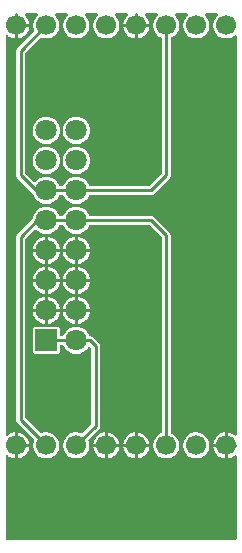
<source format=gtl>
G04 Layer: TopLayer*
G04 EasyEDA v6.5.22, 2023-04-16 14:26:35*
G04 bb8b18280e224fb8820cbfc46fcd3399,5a6b42c53f6a479593ecc07194224c93,10*
G04 Gerber Generator version 0.2*
G04 Scale: 100 percent, Rotated: No, Reflected: No *
G04 Dimensions in millimeters *
G04 leading zeros omitted , absolute positions ,4 integer and 5 decimal *
%FSLAX45Y45*%
%MOMM*%

%AMMACRO1*21,1,$1,$2,0,0,$3*%
%ADD10C,0.2540*%
%ADD11MACRO1,1.8X1.8X90.0000*%
%ADD12C,1.8000*%
%ADD13C,1.7000*%

%LPD*%
G36*
X484327Y10452608D02*
G01*
X480364Y10453420D01*
X477062Y10455656D01*
X474878Y10459008D01*
X473151Y10463326D01*
X466140Y10476077D01*
X457606Y10487863D01*
X447649Y10498480D01*
X436422Y10507776D01*
X424129Y10515549D01*
X410972Y10521746D01*
X397103Y10526268D01*
X382828Y10528960D01*
X368300Y10529874D01*
X353771Y10528960D01*
X339496Y10526268D01*
X325628Y10521746D01*
X312470Y10515549D01*
X300177Y10507776D01*
X288950Y10498480D01*
X278993Y10487863D01*
X278079Y10486542D01*
X274777Y10483646D01*
X270611Y10482427D01*
X266344Y10482986D01*
X262636Y10485323D01*
X194005Y10554004D01*
X191770Y10557306D01*
X191008Y10561218D01*
X191008Y11574881D01*
X191770Y11578793D01*
X194005Y11582095D01*
X317398Y11705539D01*
X320598Y11707672D01*
X324358Y11708485D01*
X328117Y11707876D01*
X336753Y11704675D01*
X350621Y11701526D01*
X364744Y11700154D01*
X378968Y11700611D01*
X392988Y11702897D01*
X406603Y11706910D01*
X419608Y11712702D01*
X431749Y11720068D01*
X442874Y11728907D01*
X452729Y11739118D01*
X461213Y11750497D01*
X468223Y11762892D01*
X473557Y11776049D01*
X477164Y11789816D01*
X478942Y11803888D01*
X478942Y11818112D01*
X477164Y11832183D01*
X473557Y11845950D01*
X468223Y11859107D01*
X461213Y11871502D01*
X452729Y11882882D01*
X439064Y11897207D01*
X437946Y11901170D01*
X438454Y11905284D01*
X440588Y11908840D01*
X443992Y11911228D01*
X448056Y11912092D01*
X542696Y11912092D01*
X546658Y11911279D01*
X550011Y11908993D01*
X552196Y11905589D01*
X552856Y11901627D01*
X551942Y11897664D01*
X549554Y11894413D01*
X542645Y11888165D01*
X533450Y11877344D01*
X525678Y11865406D01*
X519531Y11852605D01*
X515061Y11839143D01*
X512318Y11825173D01*
X511403Y11811000D01*
X512318Y11796826D01*
X515061Y11782856D01*
X519531Y11769394D01*
X525678Y11756593D01*
X533450Y11744655D01*
X542645Y11733834D01*
X553161Y11724284D01*
X564794Y11716156D01*
X577392Y11709603D01*
X590753Y11704675D01*
X604621Y11701526D01*
X618744Y11700154D01*
X632968Y11700611D01*
X646988Y11702897D01*
X660603Y11706910D01*
X673608Y11712702D01*
X685749Y11720068D01*
X696874Y11728907D01*
X706729Y11739118D01*
X715213Y11750497D01*
X722223Y11762892D01*
X727557Y11776049D01*
X731164Y11789816D01*
X732942Y11803888D01*
X732942Y11818112D01*
X731164Y11832183D01*
X727557Y11845950D01*
X722223Y11859107D01*
X715213Y11871502D01*
X706729Y11882882D01*
X693064Y11897207D01*
X691946Y11901170D01*
X692454Y11905284D01*
X694588Y11908840D01*
X697992Y11911228D01*
X702056Y11912092D01*
X796696Y11912092D01*
X800658Y11911279D01*
X804011Y11908993D01*
X806196Y11905589D01*
X806856Y11901627D01*
X805942Y11897664D01*
X803554Y11894413D01*
X796645Y11888165D01*
X787450Y11877344D01*
X779678Y11865406D01*
X773531Y11852605D01*
X769061Y11839143D01*
X766318Y11825173D01*
X765403Y11811000D01*
X766318Y11796826D01*
X769061Y11782856D01*
X773531Y11769394D01*
X779678Y11756593D01*
X787450Y11744655D01*
X796645Y11733834D01*
X807161Y11724284D01*
X818794Y11716156D01*
X831392Y11709603D01*
X844753Y11704675D01*
X858621Y11701526D01*
X872744Y11700154D01*
X886968Y11700611D01*
X900988Y11702897D01*
X914603Y11706910D01*
X927608Y11712702D01*
X939749Y11720068D01*
X950874Y11728907D01*
X960729Y11739118D01*
X969213Y11750497D01*
X976223Y11762892D01*
X981557Y11776049D01*
X985164Y11789816D01*
X986942Y11803888D01*
X986942Y11818112D01*
X985164Y11832183D01*
X981557Y11845950D01*
X976223Y11859107D01*
X969213Y11871502D01*
X960729Y11882882D01*
X947064Y11897207D01*
X945946Y11901170D01*
X946454Y11905284D01*
X948588Y11908840D01*
X951992Y11911228D01*
X956056Y11912092D01*
X1050696Y11912092D01*
X1054658Y11911279D01*
X1058011Y11908993D01*
X1060196Y11905589D01*
X1060856Y11901627D01*
X1059942Y11897664D01*
X1057554Y11894413D01*
X1050645Y11888165D01*
X1041450Y11877344D01*
X1033678Y11865406D01*
X1027531Y11852605D01*
X1023061Y11839143D01*
X1020318Y11825173D01*
X1020216Y11823700D01*
X1117600Y11823700D01*
X1117600Y11901932D01*
X1118362Y11905843D01*
X1120597Y11909094D01*
X1123848Y11911330D01*
X1127760Y11912092D01*
X1132840Y11912092D01*
X1136751Y11911330D01*
X1140002Y11909094D01*
X1142238Y11905843D01*
X1143000Y11901932D01*
X1143000Y11823700D01*
X1240231Y11823700D01*
X1239164Y11832183D01*
X1235557Y11845950D01*
X1230223Y11859107D01*
X1223213Y11871502D01*
X1214729Y11882882D01*
X1201064Y11897207D01*
X1199946Y11901170D01*
X1200454Y11905284D01*
X1202588Y11908840D01*
X1205992Y11911228D01*
X1210056Y11912092D01*
X1304696Y11912092D01*
X1308658Y11911279D01*
X1312011Y11908993D01*
X1314196Y11905589D01*
X1314856Y11901627D01*
X1313942Y11897664D01*
X1311554Y11894413D01*
X1304645Y11888165D01*
X1295450Y11877344D01*
X1287678Y11865406D01*
X1281531Y11852605D01*
X1277061Y11839143D01*
X1274318Y11825173D01*
X1273403Y11811000D01*
X1274318Y11796826D01*
X1277061Y11782856D01*
X1281531Y11769394D01*
X1287678Y11756593D01*
X1295450Y11744655D01*
X1304645Y11733834D01*
X1315161Y11724284D01*
X1326794Y11716156D01*
X1340205Y11709247D01*
X1343101Y11706961D01*
X1345031Y11703812D01*
X1345692Y11700205D01*
X1345692Y10561218D01*
X1344930Y10557306D01*
X1342694Y10554004D01*
X1244295Y10455605D01*
X1240993Y10453370D01*
X1237081Y10452608D01*
X738327Y10452608D01*
X734364Y10453420D01*
X731062Y10455656D01*
X728878Y10459008D01*
X727151Y10463326D01*
X720140Y10476077D01*
X711606Y10487863D01*
X701649Y10498480D01*
X690422Y10507776D01*
X678129Y10515549D01*
X664972Y10521746D01*
X651103Y10526268D01*
X636828Y10528960D01*
X622300Y10529874D01*
X607771Y10528960D01*
X593496Y10526268D01*
X579628Y10521746D01*
X566470Y10515549D01*
X554177Y10507776D01*
X542950Y10498480D01*
X532993Y10487863D01*
X524459Y10476077D01*
X517448Y10463326D01*
X515721Y10459008D01*
X513537Y10455656D01*
X510235Y10453420D01*
X506272Y10452608D01*
G37*

%LPC*%
G36*
X368300Y10552125D02*
G01*
X382828Y10553039D01*
X397103Y10555732D01*
X410972Y10560253D01*
X424129Y10566450D01*
X436422Y10574223D01*
X447649Y10583519D01*
X457606Y10594136D01*
X466140Y10605922D01*
X473151Y10618673D01*
X478535Y10632186D01*
X482142Y10646308D01*
X483971Y10660735D01*
X483971Y10675264D01*
X482142Y10689691D01*
X478535Y10703814D01*
X473151Y10717326D01*
X466140Y10730077D01*
X457606Y10741863D01*
X447649Y10752480D01*
X436422Y10761776D01*
X424129Y10769549D01*
X410972Y10775746D01*
X397103Y10780268D01*
X382828Y10782960D01*
X368300Y10783874D01*
X353771Y10782960D01*
X339496Y10780268D01*
X325628Y10775746D01*
X312470Y10769549D01*
X300177Y10761776D01*
X288950Y10752480D01*
X278993Y10741863D01*
X270459Y10730077D01*
X263448Y10717326D01*
X258064Y10703814D01*
X254457Y10689691D01*
X252628Y10675264D01*
X252628Y10660735D01*
X254457Y10646308D01*
X258064Y10632186D01*
X263448Y10618673D01*
X270459Y10605922D01*
X278993Y10594136D01*
X288950Y10583519D01*
X300177Y10574223D01*
X312470Y10566450D01*
X325628Y10560253D01*
X339496Y10555732D01*
X353771Y10553039D01*
G37*
G36*
X622300Y10552125D02*
G01*
X636828Y10553039D01*
X651103Y10555732D01*
X664972Y10560253D01*
X678129Y10566450D01*
X690422Y10574223D01*
X701649Y10583519D01*
X711606Y10594136D01*
X720140Y10605922D01*
X727151Y10618673D01*
X732536Y10632186D01*
X736142Y10646308D01*
X737971Y10660735D01*
X737971Y10675264D01*
X736142Y10689691D01*
X732536Y10703814D01*
X727151Y10717326D01*
X720140Y10730077D01*
X711606Y10741863D01*
X701649Y10752480D01*
X690422Y10761776D01*
X678129Y10769549D01*
X664972Y10775746D01*
X651103Y10780268D01*
X636828Y10782960D01*
X622300Y10783874D01*
X607771Y10782960D01*
X593496Y10780268D01*
X579628Y10775746D01*
X566470Y10769549D01*
X554177Y10761776D01*
X542950Y10752480D01*
X532993Y10741863D01*
X524459Y10730077D01*
X517448Y10717326D01*
X512064Y10703814D01*
X508457Y10689691D01*
X506628Y10675264D01*
X506628Y10660735D01*
X508457Y10646308D01*
X512064Y10632186D01*
X517448Y10618673D01*
X524459Y10605922D01*
X532993Y10594136D01*
X542950Y10583519D01*
X554177Y10574223D01*
X566470Y10566450D01*
X579628Y10560253D01*
X593496Y10555732D01*
X607771Y10553039D01*
G37*
G36*
X368300Y10806125D02*
G01*
X382828Y10807039D01*
X397103Y10809732D01*
X410972Y10814253D01*
X424129Y10820450D01*
X436422Y10828223D01*
X447649Y10837519D01*
X457606Y10848136D01*
X466140Y10859922D01*
X473151Y10872673D01*
X478535Y10886186D01*
X482142Y10900308D01*
X483971Y10914735D01*
X483971Y10929264D01*
X482142Y10943691D01*
X478535Y10957814D01*
X473151Y10971326D01*
X466140Y10984077D01*
X457606Y10995863D01*
X447649Y11006480D01*
X436422Y11015776D01*
X424129Y11023549D01*
X410972Y11029746D01*
X397103Y11034268D01*
X382828Y11036960D01*
X368300Y11037874D01*
X353771Y11036960D01*
X339496Y11034268D01*
X325628Y11029746D01*
X312470Y11023549D01*
X300177Y11015776D01*
X288950Y11006480D01*
X278993Y10995863D01*
X270459Y10984077D01*
X263448Y10971326D01*
X258064Y10957814D01*
X254457Y10943691D01*
X252628Y10929264D01*
X252628Y10914735D01*
X254457Y10900308D01*
X258064Y10886186D01*
X263448Y10872673D01*
X270459Y10859922D01*
X278993Y10848136D01*
X288950Y10837519D01*
X300177Y10828223D01*
X312470Y10820450D01*
X325628Y10814253D01*
X339496Y10809732D01*
X353771Y10807039D01*
G37*
G36*
X622300Y10806125D02*
G01*
X636828Y10807039D01*
X651103Y10809732D01*
X664972Y10814253D01*
X678129Y10820450D01*
X690422Y10828223D01*
X701649Y10837519D01*
X711606Y10848136D01*
X720140Y10859922D01*
X727151Y10872673D01*
X732536Y10886186D01*
X736142Y10900308D01*
X737971Y10914735D01*
X737971Y10929264D01*
X736142Y10943691D01*
X732536Y10957814D01*
X727151Y10971326D01*
X720140Y10984077D01*
X711606Y10995863D01*
X701649Y11006480D01*
X690422Y11015776D01*
X678129Y11023549D01*
X664972Y11029746D01*
X651103Y11034268D01*
X636828Y11036960D01*
X622300Y11037874D01*
X607771Y11036960D01*
X593496Y11034268D01*
X579628Y11029746D01*
X566470Y11023549D01*
X554177Y11015776D01*
X542950Y11006480D01*
X532993Y10995863D01*
X524459Y10984077D01*
X517448Y10971326D01*
X512064Y10957814D01*
X508457Y10943691D01*
X506628Y10929264D01*
X506628Y10914735D01*
X508457Y10900308D01*
X512064Y10886186D01*
X517448Y10872673D01*
X524459Y10859922D01*
X532993Y10848136D01*
X542950Y10837519D01*
X554177Y10828223D01*
X566470Y10820450D01*
X579628Y10814253D01*
X593496Y10809732D01*
X607771Y10807039D01*
G37*
G36*
X1143000Y11700967D02*
G01*
X1154988Y11702897D01*
X1168603Y11706910D01*
X1181608Y11712702D01*
X1193749Y11720068D01*
X1204874Y11728907D01*
X1214729Y11739118D01*
X1223213Y11750497D01*
X1230223Y11762892D01*
X1235557Y11776049D01*
X1239164Y11789816D01*
X1240231Y11798300D01*
X1143000Y11798300D01*
G37*
G36*
X1117600Y11701068D02*
G01*
X1117600Y11798300D01*
X1020216Y11798300D01*
X1020318Y11796826D01*
X1023061Y11782856D01*
X1027531Y11769394D01*
X1033678Y11756593D01*
X1041450Y11744655D01*
X1050645Y11733834D01*
X1061161Y11724284D01*
X1072794Y11716156D01*
X1085392Y11709603D01*
X1098753Y11704675D01*
X1112621Y11701526D01*
G37*

%LPD*%
G36*
X36068Y7455408D02*
G01*
X32156Y7456170D01*
X28905Y7458405D01*
X26670Y7461656D01*
X25908Y7465568D01*
X25908Y8162848D01*
X26670Y8166658D01*
X28752Y8169909D01*
X31953Y8172145D01*
X35763Y8173008D01*
X39573Y8172399D01*
X42875Y8170367D01*
X45161Y8168284D01*
X56794Y8160156D01*
X69392Y8153603D01*
X82753Y8148675D01*
X96621Y8145525D01*
X101600Y8145068D01*
X101600Y8242300D01*
X36068Y8242300D01*
X32156Y8243062D01*
X28905Y8245297D01*
X26670Y8248548D01*
X25908Y8252459D01*
X25908Y8257540D01*
X26670Y8261451D01*
X28905Y8264702D01*
X32156Y8266938D01*
X36068Y8267700D01*
X101600Y8267700D01*
X101600Y8364931D01*
X96621Y8364474D01*
X82753Y8361324D01*
X69392Y8356396D01*
X56794Y8349843D01*
X45161Y8341715D01*
X42875Y8339632D01*
X39573Y8337600D01*
X35763Y8336991D01*
X31953Y8337854D01*
X28752Y8340090D01*
X26670Y8343341D01*
X25908Y8347151D01*
X25908Y11718848D01*
X26670Y11722658D01*
X28752Y11725910D01*
X31953Y11728145D01*
X35763Y11729008D01*
X39573Y11728399D01*
X42875Y11726367D01*
X45161Y11724284D01*
X56794Y11716156D01*
X69392Y11709603D01*
X82753Y11704675D01*
X96621Y11701526D01*
X101600Y11701068D01*
X101600Y11798300D01*
X36068Y11798300D01*
X32156Y11799062D01*
X28905Y11801297D01*
X26670Y11804548D01*
X25908Y11808460D01*
X25908Y11813540D01*
X26670Y11817451D01*
X28905Y11820702D01*
X32156Y11822938D01*
X36068Y11823700D01*
X101600Y11823700D01*
X101600Y11901932D01*
X102362Y11905843D01*
X104597Y11909094D01*
X107848Y11911330D01*
X111760Y11912092D01*
X116839Y11912092D01*
X120751Y11911330D01*
X124002Y11909094D01*
X126237Y11905843D01*
X127000Y11901932D01*
X127000Y11823700D01*
X224231Y11823700D01*
X223164Y11832183D01*
X219557Y11845950D01*
X214223Y11859107D01*
X207213Y11871502D01*
X198729Y11882882D01*
X185064Y11897207D01*
X183946Y11901170D01*
X184454Y11905284D01*
X186588Y11908840D01*
X189992Y11911228D01*
X194056Y11912092D01*
X288696Y11912092D01*
X292658Y11911279D01*
X296011Y11908993D01*
X298196Y11905589D01*
X298856Y11901627D01*
X297942Y11897664D01*
X295554Y11894413D01*
X288645Y11888165D01*
X279450Y11877344D01*
X271678Y11865406D01*
X265531Y11852605D01*
X261061Y11839143D01*
X258317Y11825173D01*
X257403Y11811000D01*
X258317Y11796826D01*
X261061Y11782856D01*
X265176Y11770410D01*
X265684Y11766702D01*
X264820Y11763095D01*
X262737Y11759996D01*
X125476Y11622735D01*
X120345Y11616537D01*
X116789Y11609832D01*
X114604Y11602618D01*
X113792Y11594592D01*
X113792Y10541508D01*
X114604Y10533481D01*
X116789Y10526268D01*
X120345Y10519562D01*
X125476Y10513364D01*
X251764Y10387076D01*
X254304Y10384942D01*
X256438Y10382554D01*
X263448Y10364673D01*
X270459Y10351922D01*
X278993Y10340136D01*
X288950Y10329519D01*
X300177Y10320223D01*
X312470Y10312450D01*
X325628Y10306253D01*
X339496Y10301732D01*
X353771Y10299039D01*
X368300Y10298125D01*
X382828Y10299039D01*
X397103Y10301732D01*
X410972Y10306253D01*
X424129Y10312450D01*
X436422Y10320223D01*
X447649Y10329519D01*
X457606Y10340136D01*
X466140Y10351922D01*
X473151Y10364673D01*
X474878Y10368991D01*
X477062Y10372344D01*
X480364Y10374579D01*
X484327Y10375392D01*
X506272Y10375392D01*
X510235Y10374579D01*
X513537Y10372344D01*
X515721Y10368991D01*
X517448Y10364673D01*
X524459Y10351922D01*
X532993Y10340136D01*
X542950Y10329519D01*
X554177Y10320223D01*
X566470Y10312450D01*
X579628Y10306253D01*
X593496Y10301732D01*
X607771Y10299039D01*
X622300Y10298125D01*
X636828Y10299039D01*
X651103Y10301732D01*
X664972Y10306253D01*
X678129Y10312450D01*
X690422Y10320223D01*
X701649Y10329519D01*
X711606Y10340136D01*
X720140Y10351922D01*
X727151Y10364673D01*
X728878Y10368991D01*
X731062Y10372344D01*
X734364Y10374579D01*
X738327Y10375392D01*
X1256792Y10375392D01*
X1264818Y10376204D01*
X1272032Y10378389D01*
X1278737Y10381945D01*
X1284935Y10387076D01*
X1411224Y10513364D01*
X1416354Y10519562D01*
X1419910Y10526268D01*
X1422095Y10533481D01*
X1422908Y10541508D01*
X1422908Y11700459D01*
X1423670Y11704269D01*
X1425752Y11707520D01*
X1428953Y11709755D01*
X1435608Y11712702D01*
X1447749Y11720068D01*
X1458874Y11728907D01*
X1468729Y11739118D01*
X1477213Y11750497D01*
X1484223Y11762892D01*
X1489557Y11776049D01*
X1493164Y11789816D01*
X1494942Y11803888D01*
X1494942Y11818112D01*
X1493164Y11832183D01*
X1489557Y11845950D01*
X1484223Y11859107D01*
X1477213Y11871502D01*
X1468729Y11882882D01*
X1455064Y11897207D01*
X1453946Y11901170D01*
X1454454Y11905284D01*
X1456588Y11908840D01*
X1459992Y11911228D01*
X1464056Y11912092D01*
X1558696Y11912092D01*
X1562658Y11911279D01*
X1566011Y11908993D01*
X1568196Y11905589D01*
X1568856Y11901627D01*
X1567942Y11897664D01*
X1565554Y11894413D01*
X1558645Y11888165D01*
X1549450Y11877344D01*
X1541678Y11865406D01*
X1535531Y11852605D01*
X1531061Y11839143D01*
X1528318Y11825173D01*
X1527403Y11811000D01*
X1528318Y11796826D01*
X1531061Y11782856D01*
X1535531Y11769394D01*
X1541678Y11756593D01*
X1549450Y11744655D01*
X1558645Y11733834D01*
X1569161Y11724284D01*
X1580794Y11716156D01*
X1593392Y11709603D01*
X1606753Y11704675D01*
X1620621Y11701526D01*
X1634744Y11700154D01*
X1648968Y11700611D01*
X1662988Y11702897D01*
X1676603Y11706910D01*
X1689607Y11712702D01*
X1701749Y11720068D01*
X1712874Y11728907D01*
X1722729Y11739118D01*
X1731213Y11750497D01*
X1738223Y11762892D01*
X1743557Y11776049D01*
X1747164Y11789816D01*
X1748942Y11803888D01*
X1748942Y11818112D01*
X1747164Y11832183D01*
X1743557Y11845950D01*
X1738223Y11859107D01*
X1731213Y11871502D01*
X1722729Y11882882D01*
X1709064Y11897207D01*
X1707946Y11901170D01*
X1708454Y11905284D01*
X1710588Y11908840D01*
X1713992Y11911228D01*
X1718056Y11912092D01*
X1812696Y11912092D01*
X1816658Y11911279D01*
X1820011Y11908993D01*
X1822196Y11905589D01*
X1822856Y11901627D01*
X1821942Y11897664D01*
X1819554Y11894413D01*
X1812645Y11888165D01*
X1803450Y11877344D01*
X1795678Y11865406D01*
X1789531Y11852605D01*
X1785061Y11839143D01*
X1782318Y11825173D01*
X1781403Y11811000D01*
X1782318Y11796826D01*
X1785061Y11782856D01*
X1789531Y11769394D01*
X1795678Y11756593D01*
X1803450Y11744655D01*
X1812645Y11733834D01*
X1823161Y11724284D01*
X1834794Y11716156D01*
X1847392Y11709603D01*
X1860753Y11704675D01*
X1874621Y11701526D01*
X1888743Y11700154D01*
X1902968Y11700611D01*
X1916988Y11702897D01*
X1930603Y11706910D01*
X1943607Y11712702D01*
X1955749Y11720068D01*
X1964182Y11726773D01*
X1967534Y11728551D01*
X1971293Y11729008D01*
X1974951Y11727992D01*
X1977999Y11725757D01*
X1979980Y11722557D01*
X1980692Y11718848D01*
X1980692Y8347151D01*
X1979980Y8343442D01*
X1977999Y8340242D01*
X1974951Y8338007D01*
X1971293Y8336991D01*
X1967534Y8337448D01*
X1964182Y8339226D01*
X1955749Y8345931D01*
X1943607Y8353298D01*
X1930603Y8359038D01*
X1916988Y8363102D01*
X1905000Y8365032D01*
X1905000Y8267700D01*
X1970532Y8267700D01*
X1974443Y8266938D01*
X1977694Y8264702D01*
X1979930Y8261451D01*
X1980692Y8257540D01*
X1980692Y8252459D01*
X1979930Y8248548D01*
X1977694Y8245297D01*
X1974443Y8243062D01*
X1970532Y8242300D01*
X1905000Y8242300D01*
X1905000Y8144967D01*
X1916988Y8146897D01*
X1930603Y8150910D01*
X1943607Y8156702D01*
X1955749Y8164068D01*
X1964182Y8170773D01*
X1967534Y8172551D01*
X1971293Y8173008D01*
X1974951Y8171992D01*
X1977999Y8169757D01*
X1979980Y8166557D01*
X1980692Y8162848D01*
X1980692Y7465568D01*
X1979930Y7461656D01*
X1977694Y7458405D01*
X1974443Y7456170D01*
X1970532Y7455408D01*
G37*

%LPC*%
G36*
X635000Y9536887D02*
G01*
X636828Y9537039D01*
X651103Y9539732D01*
X664972Y9544253D01*
X678129Y9550450D01*
X690422Y9558223D01*
X701649Y9567519D01*
X711606Y9578136D01*
X720140Y9589922D01*
X727151Y9602673D01*
X732536Y9616186D01*
X736142Y9630308D01*
X737260Y9639300D01*
X635000Y9639300D01*
G37*
G36*
X618744Y8144154D02*
G01*
X632968Y8144611D01*
X646988Y8146897D01*
X660603Y8150910D01*
X673608Y8156702D01*
X685749Y8164068D01*
X696874Y8172907D01*
X706729Y8183118D01*
X715213Y8194497D01*
X722223Y8206892D01*
X727557Y8220049D01*
X731164Y8233816D01*
X732942Y8247888D01*
X732942Y8262112D01*
X731164Y8276183D01*
X727557Y8289950D01*
X725525Y8294878D01*
X724814Y8298738D01*
X725576Y8302599D01*
X727760Y8305850D01*
X814324Y8392464D01*
X819454Y8398662D01*
X823010Y8405368D01*
X825195Y8412581D01*
X826008Y8420608D01*
X826008Y9092692D01*
X825195Y9100718D01*
X823010Y9107932D01*
X819454Y9114637D01*
X814324Y9120835D01*
X764235Y9170924D01*
X758037Y9176054D01*
X751332Y9179610D01*
X744118Y9181795D01*
X737362Y9182506D01*
X733856Y9183522D01*
X730910Y9185706D01*
X728929Y9188856D01*
X727151Y9193326D01*
X720140Y9206077D01*
X711606Y9217863D01*
X701649Y9228480D01*
X690422Y9237776D01*
X678129Y9245549D01*
X664972Y9251746D01*
X651103Y9256268D01*
X636828Y9258960D01*
X622300Y9259874D01*
X607771Y9258960D01*
X593496Y9256268D01*
X579628Y9251746D01*
X566470Y9245549D01*
X554177Y9237776D01*
X542950Y9228480D01*
X532993Y9217863D01*
X524459Y9206077D01*
X517448Y9193326D01*
X515721Y9189008D01*
X513537Y9185656D01*
X510235Y9183420D01*
X506272Y9182608D01*
X494385Y9182608D01*
X490474Y9183370D01*
X487172Y9185605D01*
X484987Y9188856D01*
X484225Y9192768D01*
X484225Y9233408D01*
X483514Y9239758D01*
X481584Y9245193D01*
X478485Y9250121D01*
X474421Y9254185D01*
X469493Y9257284D01*
X464058Y9259214D01*
X457708Y9259925D01*
X278892Y9259925D01*
X272542Y9259214D01*
X267106Y9257284D01*
X262178Y9254185D01*
X258114Y9250121D01*
X255016Y9245193D01*
X253085Y9239758D01*
X252374Y9233408D01*
X252374Y9054592D01*
X253085Y9048242D01*
X255016Y9042806D01*
X258114Y9037878D01*
X262178Y9033814D01*
X267106Y9030716D01*
X272542Y9028785D01*
X278892Y9028074D01*
X457708Y9028074D01*
X464058Y9028785D01*
X469493Y9030716D01*
X474421Y9033814D01*
X478485Y9037878D01*
X481584Y9042806D01*
X483514Y9048242D01*
X484225Y9054592D01*
X484225Y9095232D01*
X484987Y9099143D01*
X487172Y9102394D01*
X490474Y9104630D01*
X494385Y9105392D01*
X506272Y9105392D01*
X510235Y9104579D01*
X513537Y9102344D01*
X515721Y9098991D01*
X517448Y9094673D01*
X524459Y9081922D01*
X532993Y9070136D01*
X542950Y9059519D01*
X554177Y9050223D01*
X566470Y9042450D01*
X579628Y9036253D01*
X593496Y9031732D01*
X607771Y9029039D01*
X622300Y9028125D01*
X636828Y9029039D01*
X651103Y9031732D01*
X664972Y9036253D01*
X678129Y9042450D01*
X690422Y9050223D01*
X701649Y9059519D01*
X711606Y9070136D01*
X720140Y9081922D01*
X722122Y9085478D01*
X724509Y9088374D01*
X727760Y9090202D01*
X731469Y9090761D01*
X735126Y9089898D01*
X738225Y9087764D01*
X745794Y9080195D01*
X748030Y9076893D01*
X748792Y9072981D01*
X748792Y8440318D01*
X748030Y8436406D01*
X745794Y8433104D01*
X673252Y8360562D01*
X669899Y8358327D01*
X665937Y8357565D01*
X646988Y8363102D01*
X632968Y8365388D01*
X618744Y8365845D01*
X604621Y8364474D01*
X590753Y8361324D01*
X577392Y8356396D01*
X564794Y8349843D01*
X553161Y8341715D01*
X542645Y8332165D01*
X533450Y8321344D01*
X525678Y8309406D01*
X519531Y8296605D01*
X515061Y8283143D01*
X512318Y8269173D01*
X511403Y8255000D01*
X512318Y8240826D01*
X515061Y8226856D01*
X519531Y8213394D01*
X525678Y8200593D01*
X533450Y8188655D01*
X542645Y8177834D01*
X553161Y8168284D01*
X564794Y8160156D01*
X577392Y8153603D01*
X590753Y8148675D01*
X604621Y8145525D01*
G37*
G36*
X364744Y8144154D02*
G01*
X378968Y8144611D01*
X392988Y8146897D01*
X406603Y8150910D01*
X419608Y8156702D01*
X431749Y8164068D01*
X442874Y8172907D01*
X452729Y8183118D01*
X461213Y8194497D01*
X468223Y8206892D01*
X473557Y8220049D01*
X477164Y8233816D01*
X478942Y8247888D01*
X478942Y8262112D01*
X477164Y8276183D01*
X473557Y8289950D01*
X468223Y8303107D01*
X461213Y8315502D01*
X452729Y8326881D01*
X442874Y8337092D01*
X431749Y8345931D01*
X419608Y8353298D01*
X406603Y8359038D01*
X392988Y8363102D01*
X378968Y8365388D01*
X364744Y8365845D01*
X350621Y8364474D01*
X336753Y8361324D01*
X328117Y8358124D01*
X324358Y8357514D01*
X320598Y8358327D01*
X317398Y8360460D01*
X194005Y8483904D01*
X191770Y8487206D01*
X191008Y8491118D01*
X191008Y10000081D01*
X191770Y10003993D01*
X194005Y10007295D01*
X268579Y10081920D01*
X271983Y10084155D01*
X275945Y10084866D01*
X279908Y10084003D01*
X283210Y10081666D01*
X288950Y10075519D01*
X300177Y10066223D01*
X312470Y10058450D01*
X325628Y10052253D01*
X339496Y10047732D01*
X353771Y10045039D01*
X368300Y10044125D01*
X382828Y10045039D01*
X397103Y10047732D01*
X410972Y10052253D01*
X424129Y10058450D01*
X436422Y10066223D01*
X447649Y10075519D01*
X457606Y10086136D01*
X466140Y10097922D01*
X473151Y10110673D01*
X474878Y10114991D01*
X477062Y10118344D01*
X480364Y10120579D01*
X484327Y10121392D01*
X506272Y10121392D01*
X510235Y10120579D01*
X513537Y10118344D01*
X515721Y10114991D01*
X517448Y10110673D01*
X524459Y10097922D01*
X532993Y10086136D01*
X542950Y10075519D01*
X554177Y10066223D01*
X566470Y10058450D01*
X579628Y10052253D01*
X593496Y10047732D01*
X607771Y10045039D01*
X622300Y10044125D01*
X636828Y10045039D01*
X651103Y10047732D01*
X664972Y10052253D01*
X678129Y10058450D01*
X690422Y10066223D01*
X701649Y10075519D01*
X711606Y10086136D01*
X720140Y10097922D01*
X727151Y10110673D01*
X728878Y10114991D01*
X731062Y10118344D01*
X734364Y10120579D01*
X738327Y10121392D01*
X1237081Y10121392D01*
X1240993Y10120630D01*
X1244295Y10118394D01*
X1342694Y10019995D01*
X1344930Y10016693D01*
X1345692Y10012781D01*
X1345692Y8365794D01*
X1345031Y8362188D01*
X1343101Y8359038D01*
X1340205Y8356752D01*
X1326794Y8349792D01*
X1315161Y8341715D01*
X1304645Y8332165D01*
X1295450Y8321344D01*
X1287678Y8309406D01*
X1281531Y8296605D01*
X1277061Y8283143D01*
X1274318Y8269173D01*
X1273403Y8255000D01*
X1274318Y8240826D01*
X1277061Y8226856D01*
X1281531Y8213394D01*
X1287678Y8200593D01*
X1295450Y8188655D01*
X1304645Y8177834D01*
X1315161Y8168284D01*
X1326794Y8160156D01*
X1339392Y8153603D01*
X1352753Y8148675D01*
X1366621Y8145525D01*
X1380744Y8144154D01*
X1394968Y8144611D01*
X1408988Y8146897D01*
X1422603Y8150910D01*
X1435608Y8156702D01*
X1447749Y8164068D01*
X1458874Y8172907D01*
X1468729Y8183118D01*
X1477213Y8194497D01*
X1484223Y8206892D01*
X1489557Y8220049D01*
X1493164Y8233816D01*
X1494942Y8247888D01*
X1494942Y8262112D01*
X1493164Y8276183D01*
X1489557Y8289950D01*
X1484223Y8303107D01*
X1477213Y8315502D01*
X1468729Y8326881D01*
X1458874Y8337092D01*
X1447749Y8345931D01*
X1435608Y8353298D01*
X1428953Y8356244D01*
X1425752Y8358479D01*
X1423670Y8361730D01*
X1422908Y8365540D01*
X1422908Y10032492D01*
X1422095Y10040518D01*
X1419910Y10047732D01*
X1416354Y10054437D01*
X1411224Y10060635D01*
X1284935Y10186924D01*
X1278737Y10192054D01*
X1272032Y10195610D01*
X1264818Y10197795D01*
X1256792Y10198608D01*
X738327Y10198608D01*
X734364Y10199420D01*
X731062Y10201656D01*
X728878Y10205008D01*
X727151Y10209326D01*
X720140Y10222077D01*
X711606Y10233863D01*
X701649Y10244480D01*
X690422Y10253776D01*
X678129Y10261549D01*
X664972Y10267746D01*
X651103Y10272268D01*
X636828Y10274960D01*
X622300Y10275874D01*
X607771Y10274960D01*
X593496Y10272268D01*
X579628Y10267746D01*
X566470Y10261549D01*
X554177Y10253776D01*
X542950Y10244480D01*
X532993Y10233863D01*
X524459Y10222077D01*
X517448Y10209326D01*
X515721Y10205008D01*
X513537Y10201656D01*
X510235Y10199420D01*
X506272Y10198608D01*
X484327Y10198608D01*
X480364Y10199420D01*
X477062Y10201656D01*
X474878Y10205008D01*
X473151Y10209326D01*
X466140Y10222077D01*
X457606Y10233863D01*
X447649Y10244480D01*
X436422Y10253776D01*
X424129Y10261549D01*
X410972Y10267746D01*
X397103Y10272268D01*
X382828Y10274960D01*
X368300Y10275874D01*
X353771Y10274960D01*
X339496Y10272268D01*
X325628Y10267746D01*
X312470Y10261549D01*
X300177Y10253776D01*
X288950Y10244480D01*
X278993Y10233863D01*
X270459Y10222077D01*
X263448Y10209326D01*
X258064Y10195814D01*
X253238Y10176510D01*
X251307Y10173817D01*
X125476Y10047935D01*
X120345Y10041737D01*
X116789Y10035032D01*
X114604Y10027818D01*
X113792Y10019792D01*
X113792Y8471408D01*
X114604Y8463381D01*
X116789Y8456168D01*
X120345Y8449462D01*
X125476Y8443264D01*
X262737Y8306003D01*
X264820Y8302904D01*
X265684Y8299297D01*
X265176Y8295589D01*
X261061Y8283143D01*
X258317Y8269173D01*
X257403Y8255000D01*
X258317Y8240826D01*
X261061Y8226856D01*
X265531Y8213394D01*
X271678Y8200593D01*
X279450Y8188655D01*
X288645Y8177834D01*
X299161Y8168284D01*
X310794Y8160156D01*
X323392Y8153603D01*
X336753Y8148675D01*
X350621Y8145525D01*
G37*
G36*
X127000Y11700967D02*
G01*
X138988Y11702897D01*
X152603Y11706910D01*
X165608Y11712702D01*
X177749Y11720068D01*
X188874Y11728907D01*
X198729Y11739118D01*
X207213Y11750497D01*
X214223Y11762892D01*
X219557Y11776049D01*
X223164Y11789816D01*
X224231Y11798300D01*
X127000Y11798300D01*
G37*
G36*
X127000Y8144967D02*
G01*
X138988Y8146897D01*
X152603Y8150910D01*
X165608Y8156702D01*
X177749Y8164068D01*
X188874Y8172907D01*
X198729Y8183118D01*
X207213Y8194497D01*
X214223Y8206892D01*
X219557Y8220049D01*
X223164Y8233816D01*
X224231Y8242300D01*
X127000Y8242300D01*
G37*
G36*
X1143000Y8144967D02*
G01*
X1154988Y8146897D01*
X1168603Y8150910D01*
X1181608Y8156702D01*
X1193749Y8164068D01*
X1204874Y8172907D01*
X1214729Y8183118D01*
X1223213Y8194497D01*
X1230223Y8206892D01*
X1235557Y8220049D01*
X1239164Y8233816D01*
X1240231Y8242300D01*
X1143000Y8242300D01*
G37*
G36*
X889000Y8144967D02*
G01*
X900988Y8146897D01*
X914603Y8150910D01*
X927608Y8156702D01*
X939749Y8164068D01*
X950874Y8172907D01*
X960729Y8183118D01*
X969213Y8194497D01*
X976223Y8206892D01*
X981557Y8220049D01*
X985164Y8233816D01*
X986231Y8242300D01*
X889000Y8242300D01*
G37*
G36*
X507339Y9918700D02*
G01*
X609600Y9918700D01*
X609600Y10021112D01*
X607771Y10020960D01*
X593496Y10018268D01*
X579628Y10013746D01*
X566470Y10007549D01*
X554177Y9999776D01*
X542950Y9990480D01*
X532993Y9979863D01*
X524459Y9968077D01*
X517448Y9955326D01*
X512064Y9941814D01*
X508457Y9927691D01*
G37*
G36*
X1879600Y8145068D02*
G01*
X1879600Y8242300D01*
X1782216Y8242300D01*
X1782318Y8240826D01*
X1785061Y8226856D01*
X1789531Y8213394D01*
X1795678Y8200593D01*
X1803450Y8188655D01*
X1812645Y8177834D01*
X1823161Y8168284D01*
X1834794Y8160156D01*
X1847392Y8153603D01*
X1860753Y8148675D01*
X1874621Y8145525D01*
G37*
G36*
X863600Y8145068D02*
G01*
X863600Y8242300D01*
X766216Y8242300D01*
X766318Y8240826D01*
X769061Y8226856D01*
X773531Y8213394D01*
X779678Y8200593D01*
X787450Y8188655D01*
X796645Y8177834D01*
X807161Y8168284D01*
X818794Y8160156D01*
X831392Y8153603D01*
X844753Y8148675D01*
X858621Y8145525D01*
G37*
G36*
X1117600Y8145068D02*
G01*
X1117600Y8242300D01*
X1020216Y8242300D01*
X1020318Y8240826D01*
X1023061Y8226856D01*
X1027531Y8213394D01*
X1033678Y8200593D01*
X1041450Y8188655D01*
X1050645Y8177834D01*
X1061161Y8168284D01*
X1072794Y8160156D01*
X1085392Y8153603D01*
X1098753Y8148675D01*
X1112621Y8145525D01*
G37*
G36*
X381000Y9918700D02*
G01*
X483260Y9918700D01*
X482142Y9927691D01*
X478535Y9941814D01*
X473151Y9955326D01*
X466140Y9968077D01*
X457606Y9979863D01*
X447649Y9990480D01*
X436422Y9999776D01*
X424129Y10007549D01*
X410972Y10013746D01*
X397103Y10018268D01*
X382828Y10020960D01*
X381000Y10021112D01*
G37*
G36*
X127000Y8267700D02*
G01*
X224231Y8267700D01*
X223164Y8276183D01*
X219557Y8289950D01*
X214223Y8303107D01*
X207213Y8315502D01*
X198729Y8326881D01*
X188874Y8337092D01*
X177749Y8345931D01*
X165608Y8353298D01*
X152603Y8359038D01*
X138988Y8363102D01*
X127000Y8365032D01*
G37*
G36*
X1143000Y8267700D02*
G01*
X1240231Y8267700D01*
X1239164Y8276183D01*
X1235557Y8289950D01*
X1230223Y8303107D01*
X1223213Y8315502D01*
X1214729Y8326881D01*
X1204874Y8337092D01*
X1193749Y8345931D01*
X1181608Y8353298D01*
X1168603Y8359038D01*
X1154988Y8363102D01*
X1143000Y8365032D01*
G37*
G36*
X889000Y8267700D02*
G01*
X986231Y8267700D01*
X985164Y8276183D01*
X981557Y8289950D01*
X976223Y8303107D01*
X969213Y8315502D01*
X960729Y8326881D01*
X950874Y8337092D01*
X939749Y8345931D01*
X927608Y8353298D01*
X914603Y8359038D01*
X900988Y8363102D01*
X889000Y8365032D01*
G37*
G36*
X1782216Y8267700D02*
G01*
X1879600Y8267700D01*
X1879600Y8364931D01*
X1874621Y8364474D01*
X1860753Y8361324D01*
X1847392Y8356396D01*
X1834794Y8349843D01*
X1823161Y8341715D01*
X1812645Y8332165D01*
X1803450Y8321344D01*
X1795678Y8309406D01*
X1789531Y8296605D01*
X1785061Y8283143D01*
X1782318Y8269173D01*
G37*
G36*
X766216Y8267700D02*
G01*
X863600Y8267700D01*
X863600Y8364931D01*
X858621Y8364474D01*
X844753Y8361324D01*
X831392Y8356396D01*
X818794Y8349843D01*
X807161Y8341715D01*
X796645Y8332165D01*
X787450Y8321344D01*
X779678Y8309406D01*
X773531Y8296605D01*
X769061Y8283143D01*
X766318Y8269173D01*
G37*
G36*
X1020216Y8267700D02*
G01*
X1117600Y8267700D01*
X1117600Y8364931D01*
X1112621Y8364474D01*
X1098753Y8361324D01*
X1085392Y8356396D01*
X1072794Y8349843D01*
X1061161Y8341715D01*
X1050645Y8332165D01*
X1041450Y8321344D01*
X1033678Y8309406D01*
X1027531Y8296605D01*
X1023061Y8283143D01*
X1020318Y8269173D01*
G37*
G36*
X253339Y9918700D02*
G01*
X355600Y9918700D01*
X355600Y10021112D01*
X353771Y10020960D01*
X339496Y10018268D01*
X325628Y10013746D01*
X312470Y10007549D01*
X300177Y9999776D01*
X288950Y9990480D01*
X278993Y9979863D01*
X270459Y9968077D01*
X263448Y9955326D01*
X258064Y9941814D01*
X254457Y9927691D01*
G37*
G36*
X635000Y9918700D02*
G01*
X737260Y9918700D01*
X736142Y9927691D01*
X732536Y9941814D01*
X727151Y9955326D01*
X720140Y9968077D01*
X711606Y9979863D01*
X701649Y9990480D01*
X690422Y9999776D01*
X678129Y10007549D01*
X664972Y10013746D01*
X651103Y10018268D01*
X636828Y10020960D01*
X635000Y10021112D01*
G37*
G36*
X609600Y9790887D02*
G01*
X609600Y9893300D01*
X507339Y9893300D01*
X508457Y9884308D01*
X512064Y9870186D01*
X517448Y9856673D01*
X524459Y9843922D01*
X532993Y9832136D01*
X542950Y9821519D01*
X554177Y9812223D01*
X566470Y9804450D01*
X579628Y9798253D01*
X593496Y9793732D01*
X607771Y9791039D01*
G37*
G36*
X381000Y9790887D02*
G01*
X382828Y9791039D01*
X397103Y9793732D01*
X410972Y9798253D01*
X424129Y9804450D01*
X436422Y9812223D01*
X447649Y9821519D01*
X457606Y9832136D01*
X466140Y9843922D01*
X473151Y9856673D01*
X478535Y9870186D01*
X482142Y9884308D01*
X483260Y9893300D01*
X381000Y9893300D01*
G37*
G36*
X355600Y9790887D02*
G01*
X355600Y9893300D01*
X253339Y9893300D01*
X254457Y9884308D01*
X258064Y9870186D01*
X263448Y9856673D01*
X270459Y9843922D01*
X278993Y9832136D01*
X288950Y9821519D01*
X300177Y9812223D01*
X312470Y9804450D01*
X325628Y9798253D01*
X339496Y9793732D01*
X353771Y9791039D01*
G37*
G36*
X635000Y9790887D02*
G01*
X636828Y9791039D01*
X651103Y9793732D01*
X664972Y9798253D01*
X678129Y9804450D01*
X690422Y9812223D01*
X701649Y9821519D01*
X711606Y9832136D01*
X720140Y9843922D01*
X727151Y9856673D01*
X732536Y9870186D01*
X736142Y9884308D01*
X737260Y9893300D01*
X635000Y9893300D01*
G37*
G36*
X507339Y9664700D02*
G01*
X609600Y9664700D01*
X609600Y9767112D01*
X607771Y9766960D01*
X593496Y9764268D01*
X579628Y9759746D01*
X566470Y9753549D01*
X554177Y9745776D01*
X542950Y9736480D01*
X532993Y9725863D01*
X524459Y9714077D01*
X517448Y9701326D01*
X512064Y9687814D01*
X508457Y9673691D01*
G37*
G36*
X381000Y9282887D02*
G01*
X382828Y9283039D01*
X397103Y9285732D01*
X410972Y9290253D01*
X424129Y9296450D01*
X436422Y9304223D01*
X447649Y9313519D01*
X457606Y9324136D01*
X466140Y9335922D01*
X473151Y9348673D01*
X478535Y9362186D01*
X482142Y9376308D01*
X483260Y9385300D01*
X381000Y9385300D01*
G37*
G36*
X609600Y9282887D02*
G01*
X609600Y9385300D01*
X507339Y9385300D01*
X508457Y9376308D01*
X512064Y9362186D01*
X517448Y9348673D01*
X524459Y9335922D01*
X532993Y9324136D01*
X542950Y9313519D01*
X554177Y9304223D01*
X566470Y9296450D01*
X579628Y9290253D01*
X593496Y9285732D01*
X607771Y9283039D01*
G37*
G36*
X635000Y9282887D02*
G01*
X636828Y9283039D01*
X651103Y9285732D01*
X664972Y9290253D01*
X678129Y9296450D01*
X690422Y9304223D01*
X701649Y9313519D01*
X711606Y9324136D01*
X720140Y9335922D01*
X727151Y9348673D01*
X732536Y9362186D01*
X736142Y9376308D01*
X737260Y9385300D01*
X635000Y9385300D01*
G37*
G36*
X355600Y9282887D02*
G01*
X355600Y9385300D01*
X253339Y9385300D01*
X254457Y9376308D01*
X258064Y9362186D01*
X263448Y9348673D01*
X270459Y9335922D01*
X278993Y9324136D01*
X288950Y9313519D01*
X300177Y9304223D01*
X312470Y9296450D01*
X325628Y9290253D01*
X339496Y9285732D01*
X353771Y9283039D01*
G37*
G36*
X381000Y9410700D02*
G01*
X483260Y9410700D01*
X482142Y9419691D01*
X478535Y9433814D01*
X473151Y9447326D01*
X466140Y9460077D01*
X457606Y9471863D01*
X447649Y9482480D01*
X436422Y9491776D01*
X424129Y9499549D01*
X410972Y9505746D01*
X397103Y9510268D01*
X382828Y9512960D01*
X381000Y9513112D01*
G37*
G36*
X635000Y9410700D02*
G01*
X737260Y9410700D01*
X736142Y9419691D01*
X732536Y9433814D01*
X727151Y9447326D01*
X720140Y9460077D01*
X711606Y9471863D01*
X701649Y9482480D01*
X690422Y9491776D01*
X678129Y9499549D01*
X664972Y9505746D01*
X651103Y9510268D01*
X636828Y9512960D01*
X635000Y9513112D01*
G37*
G36*
X253339Y9410700D02*
G01*
X355600Y9410700D01*
X355600Y9513112D01*
X353771Y9512960D01*
X339496Y9510268D01*
X325628Y9505746D01*
X312470Y9499549D01*
X300177Y9491776D01*
X288950Y9482480D01*
X278993Y9471863D01*
X270459Y9460077D01*
X263448Y9447326D01*
X258064Y9433814D01*
X254457Y9419691D01*
G37*
G36*
X507339Y9410700D02*
G01*
X609600Y9410700D01*
X609600Y9513112D01*
X607771Y9512960D01*
X593496Y9510268D01*
X579628Y9505746D01*
X566470Y9499549D01*
X554177Y9491776D01*
X542950Y9482480D01*
X532993Y9471863D01*
X524459Y9460077D01*
X517448Y9447326D01*
X512064Y9433814D01*
X508457Y9419691D01*
G37*
G36*
X609600Y9536887D02*
G01*
X609600Y9639300D01*
X507339Y9639300D01*
X508457Y9630308D01*
X512064Y9616186D01*
X517448Y9602673D01*
X524459Y9589922D01*
X532993Y9578136D01*
X542950Y9567519D01*
X554177Y9558223D01*
X566470Y9550450D01*
X579628Y9544253D01*
X593496Y9539732D01*
X607771Y9537039D01*
G37*
G36*
X381000Y9536887D02*
G01*
X382828Y9537039D01*
X397103Y9539732D01*
X410972Y9544253D01*
X424129Y9550450D01*
X436422Y9558223D01*
X447649Y9567519D01*
X457606Y9578136D01*
X466140Y9589922D01*
X473151Y9602673D01*
X478535Y9616186D01*
X482142Y9630308D01*
X483260Y9639300D01*
X381000Y9639300D01*
G37*
G36*
X355600Y9536887D02*
G01*
X355600Y9639300D01*
X253339Y9639300D01*
X254457Y9630308D01*
X258064Y9616186D01*
X263448Y9602673D01*
X270459Y9589922D01*
X278993Y9578136D01*
X288950Y9567519D01*
X300177Y9558223D01*
X312470Y9550450D01*
X325628Y9544253D01*
X339496Y9539732D01*
X353771Y9537039D01*
G37*
G36*
X1634744Y8144154D02*
G01*
X1648968Y8144611D01*
X1662988Y8146897D01*
X1676603Y8150910D01*
X1689607Y8156702D01*
X1701749Y8164068D01*
X1712874Y8172907D01*
X1722729Y8183118D01*
X1731213Y8194497D01*
X1738223Y8206892D01*
X1743557Y8220049D01*
X1747164Y8233816D01*
X1748942Y8247888D01*
X1748942Y8262112D01*
X1747164Y8276183D01*
X1743557Y8289950D01*
X1738223Y8303107D01*
X1731213Y8315502D01*
X1722729Y8326881D01*
X1712874Y8337092D01*
X1701749Y8345931D01*
X1689607Y8353298D01*
X1676603Y8359038D01*
X1662988Y8363102D01*
X1648968Y8365388D01*
X1634744Y8365845D01*
X1620621Y8364474D01*
X1606753Y8361324D01*
X1593392Y8356396D01*
X1580794Y8349843D01*
X1569161Y8341715D01*
X1558645Y8332165D01*
X1549450Y8321344D01*
X1541678Y8309406D01*
X1535531Y8296605D01*
X1531061Y8283143D01*
X1528318Y8269173D01*
X1527403Y8255000D01*
X1528318Y8240826D01*
X1531061Y8226856D01*
X1535531Y8213394D01*
X1541678Y8200593D01*
X1549450Y8188655D01*
X1558645Y8177834D01*
X1569161Y8168284D01*
X1580794Y8160156D01*
X1593392Y8153603D01*
X1606753Y8148675D01*
X1620621Y8145525D01*
G37*
G36*
X635000Y9664700D02*
G01*
X737260Y9664700D01*
X736142Y9673691D01*
X732536Y9687814D01*
X727151Y9701326D01*
X720140Y9714077D01*
X711606Y9725863D01*
X701649Y9736480D01*
X690422Y9745776D01*
X678129Y9753549D01*
X664972Y9759746D01*
X651103Y9764268D01*
X636828Y9766960D01*
X635000Y9767112D01*
G37*
G36*
X253339Y9664700D02*
G01*
X355600Y9664700D01*
X355600Y9767112D01*
X353771Y9766960D01*
X339496Y9764268D01*
X325628Y9759746D01*
X312470Y9753549D01*
X300177Y9745776D01*
X288950Y9736480D01*
X278993Y9725863D01*
X270459Y9714077D01*
X263448Y9701326D01*
X258064Y9687814D01*
X254457Y9673691D01*
G37*
G36*
X381000Y9664700D02*
G01*
X483260Y9664700D01*
X482142Y9673691D01*
X478535Y9687814D01*
X473151Y9701326D01*
X466140Y9714077D01*
X457606Y9725863D01*
X447649Y9736480D01*
X436422Y9745776D01*
X424129Y9753549D01*
X410972Y9759746D01*
X397103Y9764268D01*
X382828Y9766960D01*
X381000Y9767112D01*
G37*

%LPD*%
D10*
X622300Y10160000D02*
G01*
X1257300Y10160000D01*
X1384300Y10033000D01*
X1384300Y8255000D01*
X622300Y10414000D02*
G01*
X1257300Y10414000D01*
X1384300Y10541000D01*
X1384300Y11811000D01*
X622300Y10414000D02*
G01*
X368300Y10414000D01*
X368300Y9144000D02*
G01*
X622300Y9144000D01*
X622300Y9144000D02*
G01*
X736600Y9144000D01*
X787400Y9093200D01*
X787400Y8420100D01*
X622300Y8255000D01*
X622300Y10160000D02*
G01*
X368300Y10160000D01*
X368300Y10160000D02*
G01*
X292100Y10160000D01*
X152400Y10020300D01*
X152400Y8470900D01*
X368300Y8255000D01*
X368300Y10414000D02*
G01*
X279400Y10414000D01*
X152400Y10541000D01*
X152400Y11595100D01*
X368300Y11811000D01*
D11*
G01*
X368300Y9144000D03*
D12*
G01*
X622300Y9144000D03*
G01*
X368300Y9398000D03*
G01*
X622300Y9398000D03*
G01*
X368300Y9652000D03*
G01*
X622300Y9652000D03*
G01*
X368300Y9906000D03*
G01*
X622300Y9906000D03*
G01*
X368300Y10160000D03*
G01*
X622300Y10160000D03*
G01*
X368300Y10414000D03*
G01*
X622300Y10414000D03*
G01*
X368300Y10668000D03*
G01*
X622300Y10668000D03*
G01*
X368300Y10922000D03*
G01*
X622300Y10922000D03*
D13*
G01*
X1130300Y11811000D03*
G01*
X1892300Y11811000D03*
G01*
X1638300Y11811000D03*
G01*
X1384300Y11811000D03*
G01*
X1130300Y8255000D03*
G01*
X1892300Y8255000D03*
G01*
X1638300Y8255000D03*
G01*
X1384300Y8255000D03*
G01*
X114300Y8255000D03*
G01*
X876300Y8255000D03*
G01*
X622300Y8255000D03*
G01*
X368300Y8255000D03*
G01*
X114300Y11811000D03*
G01*
X876300Y11811000D03*
G01*
X622300Y11811000D03*
G01*
X368300Y11811000D03*
M02*

</source>
